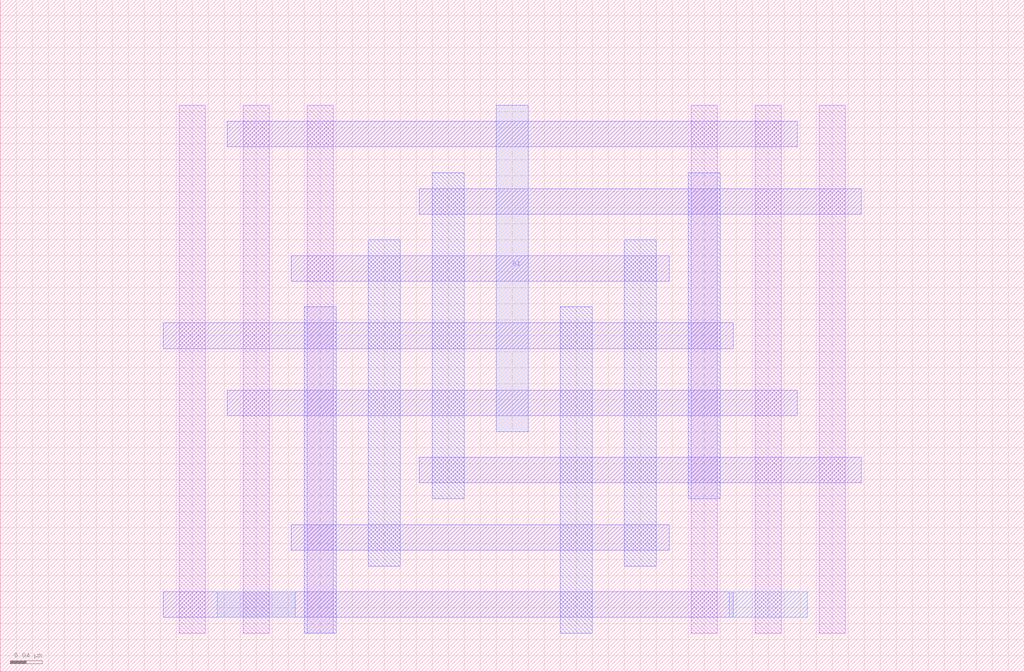
<source format=lef>
MACRO CMC_PMOS_S_n12_X1_Y1_Pin_1
  ORIGIN 0 0 ;
  FOREIGN CMC_PMOS_S_n12_X1_Y1 0 0 ;
  SIZE 1.2800 BY 0.8400 ;
  PIN G1
    DIRECTION INOUT ;
    USE SIGNAL ;
    PORT
      LAYER M3 ;
        RECT 0.6200 0.3000 0.6600 0.7080 ;
    END
  END G1
  OBS
    LAYER M3 ;
      RECT 0.3800 0.0480 0.4200 0.4560 ;
    LAYER M3 ;
      RECT 0.7000 0.0480 0.7400 0.4560 ;
    LAYER M3 ;
      RECT 0.4600 0.1320 0.5000 0.5400 ;
    LAYER M3 ;
      RECT 0.7800 0.1320 0.8200 0.5400 ;
    LAYER M3 ;
      RECT 0.5400 0.2160 0.5800 0.6240 ;
    LAYER M3 ;
      RECT 0.8600 0.2160 0.9000 0.6240 ;
    LAYER M1 ;
      RECT 0.3040 0.0480 0.3360 0.7080 ;
    LAYER M1 ;
      RECT 0.2240 0.0480 0.2560 0.7080 ;
    LAYER M1 ;
      RECT 0.3840 0.0480 0.4160 0.7080 ;
    LAYER M1 ;
      RECT 0.9440 0.0480 0.9760 0.7080 ;
    LAYER M1 ;
      RECT 0.8640 0.0480 0.8960 0.7080 ;
    LAYER M1 ;
      RECT 1.0240 0.0480 1.0560 0.7080 ;
    LAYER M2 ;
      RECT 0.2040 0.0680 0.9160 0.1000 ;
    LAYER M2 ;
      RECT 0.2040 0.4040 0.9160 0.4360 ;
    LAYER M2 ;
      RECT 0.3640 0.1520 0.8360 0.1840 ;
    LAYER M2 ;
      RECT 0.3640 0.4880 0.8360 0.5200 ;
    LAYER M2 ;
      RECT 0.5240 0.2360 1.0760 0.2680 ;
    LAYER M2 ;
      RECT 0.5240 0.5720 1.0760 0.6040 ;
    LAYER M2 ;
      RECT 0.2840 0.3200 0.9960 0.3520 ;
    LAYER M2 ;
      RECT 0.2840 0.6560 0.9960 0.6880 ;
    LAYER pc ;
      RECT 0.2710 0.0680 0.3690 0.1000 ;
    LAYER pc ;
      RECT 0.9110 0.0680 1.0090 0.1000 ;
  END
END CMC_PMOS_S_n12_X1_Y1_Pin_1
MACRO CMC_PMOS_S_n12_X1_Y1_Pin_2
  ORIGIN 0 0 ;
  FOREIGN CMC_PMOS_S_n12_X1_Y1 0 0 ;
  SIZE 1.2800 BY 0.8400 ;
  PIN G1
    DIRECTION INOUT ;
    USE SIGNAL ;
    PORT
      LAYER M3 ;
        RECT 0.6200 0.3000 0.6600 0.7080 ;
    END
  END G1
  PIN G2
    DIRECTION INOUT ;
    USE SIGNAL ;
    PORT
      LAYER M3 ;
        RECT 0.6200 0.3000 0.6600 0.7080 ;
    END
  END G2
  OBS
    LAYER M3 ;
      RECT 0.3800 0.0480 0.4200 0.4560 ;
    LAYER M3 ;
      RECT 0.7000 0.0480 0.7400 0.4560 ;
    LAYER M3 ;
      RECT 0.4600 0.1320 0.5000 0.5400 ;
    LAYER M3 ;
      RECT 0.7800 0.1320 0.8200 0.5400 ;
    LAYER M3 ;
      RECT 0.5400 0.2160 0.5800 0.6240 ;
    LAYER M3 ;
      RECT 0.8600 0.2160 0.9000 0.6240 ;
    LAYER M1 ;
      RECT 0.3040 0.0480 0.3360 0.7080 ;
    LAYER M1 ;
      RECT 0.2240 0.0480 0.2560 0.7080 ;
    LAYER M1 ;
      RECT 0.3840 0.0480 0.4160 0.7080 ;
    LAYER M1 ;
      RECT 0.9440 0.0480 0.9760 0.7080 ;
    LAYER M1 ;
      RECT 0.8640 0.0480 0.8960 0.7080 ;
    LAYER M1 ;
      RECT 1.0240 0.0480 1.0560 0.7080 ;
    LAYER M2 ;
      RECT 0.2040 0.0680 0.9160 0.1000 ;
    LAYER M2 ;
      RECT 0.2040 0.4040 0.9160 0.4360 ;
    LAYER M2 ;
      RECT 0.3640 0.1520 0.8360 0.1840 ;
    LAYER M2 ;
      RECT 0.3640 0.4880 0.8360 0.5200 ;
    LAYER M2 ;
      RECT 0.5240 0.2360 1.0760 0.2680 ;
    LAYER M2 ;
      RECT 0.5240 0.5720 1.0760 0.6040 ;
    LAYER M2 ;
      RECT 0.2840 0.3200 0.9960 0.3520 ;
    LAYER M2 ;
      RECT 0.2840 0.6560 0.9960 0.6880 ;
    LAYER pc ;
      RECT 0.2710 0.0680 0.3690 0.1000 ;
    LAYER pc ;
      RECT 0.9110 0.0680 1.0090 0.1000 ;
  END
END CMC_PMOS_S_n12_X1_Y1_Pin_2
MACRO CMC_PMOS_S_n12_X1_Y1_Pin_3
  ORIGIN 0 0 ;
  FOREIGN CMC_PMOS_S_n12_X1_Y1 0 0 ;
  SIZE 1.2800 BY 0.8400 ;
  PIN G1
    DIRECTION INOUT ;
    USE SIGNAL ;
    PORT
      LAYER M3 ;
        RECT 0.6200 0.3000 0.6600 0.7080 ;
    END
  END G1
  PIN G2
    DIRECTION INOUT ;
    USE SIGNAL ;
    PORT
      LAYER M3 ;
        RECT 0.6200 0.3000 0.6600 0.7080 ;
    END
  END G2
  PIN G3
    DIRECTION INOUT ;
    USE SIGNAL ;
    PORT
      LAYER M3 ;
        RECT 0.6200 0.3000 0.6600 0.7080 ;
    END
  END G3
  OBS
    LAYER M3 ;
      RECT 0.3800 0.0480 0.4200 0.4560 ;
    LAYER M3 ;
      RECT 0.7000 0.0480 0.7400 0.4560 ;
    LAYER M3 ;
      RECT 0.4600 0.1320 0.5000 0.5400 ;
    LAYER M3 ;
      RECT 0.7800 0.1320 0.8200 0.5400 ;
    LAYER M3 ;
      RECT 0.5400 0.2160 0.5800 0.6240 ;
    LAYER M3 ;
      RECT 0.8600 0.2160 0.9000 0.6240 ;
    LAYER M1 ;
      RECT 0.3040 0.0480 0.3360 0.7080 ;
    LAYER M1 ;
      RECT 0.2240 0.0480 0.2560 0.7080 ;
    LAYER M1 ;
      RECT 0.3840 0.0480 0.4160 0.7080 ;
    LAYER M1 ;
      RECT 0.9440 0.0480 0.9760 0.7080 ;
    LAYER M1 ;
      RECT 0.8640 0.0480 0.8960 0.7080 ;
    LAYER M1 ;
      RECT 1.0240 0.0480 1.0560 0.7080 ;
    LAYER M2 ;
      RECT 0.2040 0.0680 0.9160 0.1000 ;
    LAYER M2 ;
      RECT 0.2040 0.4040 0.9160 0.4360 ;
    LAYER M2 ;
      RECT 0.3640 0.1520 0.8360 0.1840 ;
    LAYER M2 ;
      RECT 0.3640 0.4880 0.8360 0.5200 ;
    LAYER M2 ;
      RECT 0.5240 0.2360 1.0760 0.2680 ;
    LAYER M2 ;
      RECT 0.5240 0.5720 1.0760 0.6040 ;
    LAYER M2 ;
      RECT 0.2840 0.3200 0.9960 0.3520 ;
    LAYER M2 ;
      RECT 0.2840 0.6560 0.9960 0.6880 ;
    LAYER pc ;
      RECT 0.2710 0.0680 0.3690 0.1000 ;
    LAYER pc ;
      RECT 0.9110 0.0680 1.0090 0.1000 ;
  END
END CMC_PMOS_S_n12_X1_Y1_Pin_3
MACRO CMC_PMOS_S_n12_X1_Y1_Pin_4
  ORIGIN 0 0 ;
  FOREIGN CMC_PMOS_S_n12_X1_Y1 0 0 ;
  SIZE 1.2800 BY 0.8400 ;
  PIN G1
    DIRECTION INOUT ;
    USE SIGNAL ;
    PORT
      LAYER M3 ;
        RECT 0.6200 0.3000 0.6600 0.7080 ;
    END
  END G1
  PIN G2
    DIRECTION INOUT ;
    USE SIGNAL ;
    PORT
      LAYER M3 ;
        RECT 0.6200 0.3000 0.6600 0.7080 ;
    END
  END G2
  PIN G3
    DIRECTION INOUT ;
    USE SIGNAL ;
    PORT
      LAYER M3 ;
        RECT 0.6200 0.3000 0.6600 0.7080 ;
    END
  END G3
  PIN G4
    DIRECTION INOUT ;
    USE SIGNAL ;
    PORT
      LAYER M3 ;
        RECT 0.6200 0.3000 0.6600 0.7080 ;
    END
  END G4
  OBS
    LAYER M3 ;
      RECT 0.3800 0.0480 0.4200 0.4560 ;
    LAYER M3 ;
      RECT 0.7000 0.0480 0.7400 0.4560 ;
    LAYER M3 ;
      RECT 0.4600 0.1320 0.5000 0.5400 ;
    LAYER M3 ;
      RECT 0.7800 0.1320 0.8200 0.5400 ;
    LAYER M3 ;
      RECT 0.5400 0.2160 0.5800 0.6240 ;
    LAYER M3 ;
      RECT 0.8600 0.2160 0.9000 0.6240 ;
    LAYER M1 ;
      RECT 0.3040 0.0480 0.3360 0.7080 ;
    LAYER M1 ;
      RECT 0.2240 0.0480 0.2560 0.7080 ;
    LAYER M1 ;
      RECT 0.3840 0.0480 0.4160 0.7080 ;
    LAYER M1 ;
      RECT 0.9440 0.0480 0.9760 0.7080 ;
    LAYER M1 ;
      RECT 0.8640 0.0480 0.8960 0.7080 ;
    LAYER M1 ;
      RECT 1.0240 0.0480 1.0560 0.7080 ;
    LAYER M2 ;
      RECT 0.2040 0.0680 0.9160 0.1000 ;
    LAYER M2 ;
      RECT 0.2040 0.4040 0.9160 0.4360 ;
    LAYER M2 ;
      RECT 0.3640 0.1520 0.8360 0.1840 ;
    LAYER M2 ;
      RECT 0.3640 0.4880 0.8360 0.5200 ;
    LAYER M2 ;
      RECT 0.5240 0.2360 1.0760 0.2680 ;
    LAYER M2 ;
      RECT 0.5240 0.5720 1.0760 0.6040 ;
    LAYER M2 ;
      RECT 0.2840 0.3200 0.9960 0.3520 ;
    LAYER M2 ;
      RECT 0.2840 0.6560 0.9960 0.6880 ;
    LAYER pc ;
      RECT 0.2710 0.0680 0.3690 0.1000 ;
    LAYER pc ;
      RECT 0.9110 0.0680 1.0090 0.1000 ;
  END
END CMC_PMOS_S_n12_X1_Y1_Pin_4

</source>
